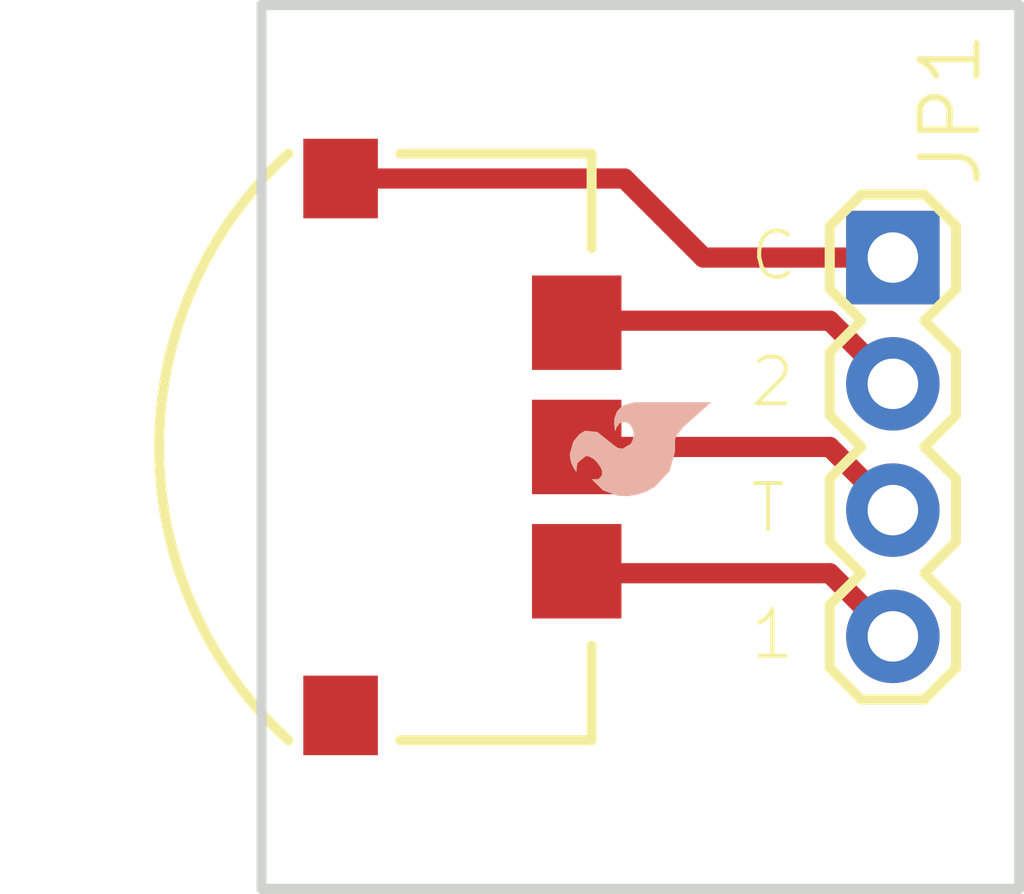
<source format=kicad_pcb>
(kicad_pcb (version 20211014) (generator pcbnew)
  (layers (0 "F.Cu" signal) (31 "B.Cu" signal) (34 "B.Paste" user) (35 "F.Paste" user) (36 "B.SilkS" user "B.Silkscreen") (37 "F.SilkS" user "F.Silkscreen") (38 "B.Mask" user) (39 "F.Mask" user) (44 "Edge.Cuts" user))
  (net 0 "")
  (net 1 "N$1")
  (net 2 "N$2")
  (net 3 "N$3")
  (net 4 "N$4")
  (footprint "" (layer "F.Cu") (at 151.0411 98.6536)
    (fp_text reference "@HOLE0" hide)
    (fp_text value "" (at 0 0) (layer "F.SilkS") (effects (font (size 1.27 1.27))))
    (pad "" np_thru_hole circle (at 0 0) (size 3.2 3.2) (drill 3.2) (layers *.Cu *.Mask))
  )
  (footprint "" (layer "F.Cu") (at 151.0411 111.3536)
    (fp_text reference "@HOLE1" hide)
    (fp_text value "" (at 0 0) (layer "F.SilkS") (effects (font (size 1.27 1.27))))
    (pad "" np_thru_hole circle (at 0 0) (size 3.2 3.2) (drill 3.2) (layers *.Cu *.Mask))
  )
  (footprint "boardEagle:NAV_SWITCH" (layer "F.Cu") (at 143.4211 105.0036 90)
    (fp_text reference "JP2" hide)
    (fp_text value "NAV_SWITCH" hide)
    (fp_line (start -5.9 4.1) (end -5.9 0.25) (layer "F.SilkS") (width 0.2032))
    (fp_line (start 5.9 4.1) (end 4 4.1) (layer "F.SilkS") (width 0.2032))
    (fp_line (start -5.9 4.1) (end -4 4.1) (layer "F.SilkS") (width 0.2032))
    (fp_line (start 5.9 4.1) (end 5.9 0.25) (layer "F.SilkS") (width 0.2032))
    (fp_arc (start -5.9 -2) (mid 0 -4.60001) (end 5.9 -2) (layer "F.SilkS") (width 0.2032))
    (pad "" np_thru_hole circle (at -2.5 0 90) (size 1.1 1.1) (drill 1.1) (layers *.Cu *.Mask))
    (pad "" np_thru_hole circle (at 2.5 0 90) (size 1.1 1.1) (drill 1.1) (layers *.Cu *.Mask))
    (pad "1" smd rect (at -2.5 3.8 90) (size 1.9 1.8) (layers "F.Cu" "F.Paste" "F.Mask") (net 4 "N$4"))
    (pad "2" smd rect (at 2.5 3.8 90) (size 1.9 1.8) (layers "F.Cu" "F.Paste" "F.Mask") (net 2 "N$2"))
    (pad "C" smd rect (at 5.4 -0.95 90) (size 1.6 1.5) (layers "F.Cu" "F.Paste" "F.Mask") (net 1 "N$1"))
    (pad "NC" smd rect (at -5.4 -0.95 90) (size 1.6 1.5) (layers "F.Cu" "F.Paste" "F.Mask"))
    (pad "T" smd rect (at 0 3.8 90) (size 1.9 1.8) (layers "F.Cu" "F.Paste" "F.Mask") (net 3 "N$3"))
  )
  (footprint "boardEagle:1X04" (layer "F.Cu") (at 153.5811 101.1936 -90)
    (fp_text reference "JP1" (at -1.3462 -1.8288 -90) (layer "F.SilkS") (effects (font (size 1.143 1.143) (thickness 0.127)) (justify left bottom)))
    (fp_text value "")
    (fp_line (start 3.81 -0.635) (end 4.445 -1.27) (layer "F.SilkS") (width 0.2032))
    (fp_line (start 3.81 0.635) (end 3.175 1.27) (layer "F.SilkS") (width 0.2032))
    (fp_line (start 1.27 -0.635) (end 1.905 -1.27) (layer "F.SilkS") (width 0.2032))
    (fp_line (start 3.175 1.27) (end 1.905 1.27) (layer "F.SilkS") (width 0.2032))
    (fp_line (start 6.35 0.635) (end 5.715 1.27) (layer "F.SilkS") (width 0.2032))
    (fp_line (start 8.89 -0.635) (end 8.89 0.635) (layer "F.SilkS") (width 0.2032))
    (fp_line (start 6.35 0.635) (end 6.985 1.27) (layer "F.SilkS") (width 0.2032))
    (fp_line (start 3.175 -1.27) (end 3.81 -0.635) (layer "F.SilkS") (width 0.2032))
    (fp_line (start 0.635 1.27) (end -0.635 1.27) (layer "F.SilkS") (width 0.2032))
    (fp_line (start 1.27 0.635) (end 0.635 1.27) (layer "F.SilkS") (width 0.2032))
    (fp_line (start 1.905 -1.27) (end 3.175 -1.27) (layer "F.SilkS") (width 0.2032))
    (fp_line (start -1.27 0.635) (end -0.635 1.27) (layer "F.SilkS") (width 0.2032))
    (fp_line (start 5.715 1.27) (end 4.445 1.27) (layer "F.SilkS") (width 0.2032))
    (fp_line (start 8.89 0.635) (end 8.255 1.27) (layer "F.SilkS") (width 0.2032))
    (fp_line (start -0.635 -1.27) (end -1.27 -0.635) (layer "F.SilkS") (width 0.2032))
    (fp_line (start -1.27 -0.635) (end -1.27 0.635) (layer "F.SilkS") (width 0.2032))
    (fp_line (start 6.985 -1.27) (end 6.35 -0.635) (layer "F.SilkS") (width 0.2032))
    (fp_line (start 6.985 -1.27) (end 8.255 -1.27) (layer "F.SilkS") (width 0.2032))
    (fp_line (start -0.635 -1.27) (end 0.635 -1.27) (layer "F.SilkS") (width 0.2032))
    (fp_line (start 8.255 1.27) (end 6.985 1.27) (layer "F.SilkS") (width 0.2032))
    (fp_line (start 1.905 1.27) (end 1.27 0.635) (layer "F.SilkS") (width 0.2032))
    (fp_line (start 0.635 -1.27) (end 1.27 -0.635) (layer "F.SilkS") (width 0.2032))
    (fp_line (start 4.445 1.27) (end 3.81 0.635) (layer "F.SilkS") (width 0.2032))
    (fp_line (start 4.445 -1.27) (end 5.715 -1.27) (layer "F.SilkS") (width 0.2032))
    (fp_line (start 8.255 -1.27) (end 8.89 -0.635) (layer "F.SilkS") (width 0.2032))
    (fp_line (start 5.715 -1.27) (end 6.35 -0.635) (layer "F.SilkS") (width 0.2032))
    (pad "1" thru_hole rect (at 0 0) (size 1.8796 1.8796) (drill 1.016) (layers *.Cu *.Mask) (net 1 "N$1"))
    (pad "2" thru_hole circle (at 2.54 0) (size 1.8796 1.8796) (drill 1.016) (layers *.Cu *.Mask) (net 2 "N$2"))
    (pad "3" thru_hole circle (at 5.08 0) (size 1.8796 1.8796) (drill 1.016) (layers *.Cu *.Mask) (net 3 "N$3"))
    (pad "4" thru_hole circle (at 7.62 0) (size 1.8796 1.8796) (drill 1.016) (layers *.Cu *.Mask) (net 4 "N$4"))
  )
  (footprint "boardEagle:SFE-LOGO-FLAME" (layer "B.Cu") (at 149.8981 104.1146 -90)
    (fp_text reference "U$1" hide)
    (fp_text value "LOGO-SFESK" hide)
    (fp_poly (pts (xy 1.126002 2.808203) (xy 1.215449 2.785829) (xy 1.228477 2.780783) (xy 1.240149 2.774875) (xy 1.25686 2.766576) (xy 1.275552 2.759834) (xy 1.371694 2.7026) (xy 1.3793 2.7026) (xy 1.3793 2.6772) (xy 1.306833 2.6772) (xy 1.208418 2.657914) (xy 1.074855 2.495286) (xy 1.079365 2.436825) (xy 1.12809 2.341869) (xy 1.204666 2.265196) (xy 1.294069 2.200638) (xy 1.369348 2.168824) (xy 1.450737 2.171632) (xy 1.458864 2.174186) (xy 1.466257 2.177389) (xy 1.530514 2.236956) (xy 1.5368 2.259812) (xy 1.5368 2.377938) (xy 1.763707 2.148127) (xy 1.868186 1.856841) (xy 1.871603 1.856894) (xy 1.87806 1.650435) (xy 1.848857 1.45742) (xy 1.785308 1.272842) (xy 1.6663 1.061578) (xy 1.6663 1.080581) (xy 1.378131 0.80901) (xy 0.982239 0.6985) (xy 0.753005 0.6985) (xy 0.716201 0.692046) (xy 0.681776 0.679592) (xy 0.496322 0.541784) (xy -0.0126 -0.03091) (xy -0.0126 1.52077) (xy 0.060004 1.761967) (xy 0.168295 1.865489) (xy 0.307122 1.917522) (xy 0.4039 1.925089) (xy 0.499384 1.917623) (xy 0.55991 1.908099) (xy 0.557788 1.884433) (xy 0.522216 1.885242) (xy 0.501784 1.876141) (xy 0.420519 1.817154) (xy 0.400722 1.79067) (xy 0.390395 1.7285) (xy 0.400905 1.665229) (xy 0.421405 1.625174) (xy 0.452343 1.592685) (xy 0.546535 1.54355) (xy 0.652229 1.531742) (xy 0.742768 1.550084) (xy 0.82422 1.589656) (xy 0.92203 1.754659) (xy 0.907706 1.848844) (xy 0.850914 1.930401) (xy 0.584707 2.263237) (xy 0.561667 2.510855) (xy 0.627495 2.621556) (xy 0.629042 2.623103) (xy 0.778901 2.74712) (xy 1.032676 2.817064)) (layer "B.SilkS") (width 0) (fill solid))
  )
  (gr_line (start 156.1211 113.8936) (end 156.1211 96.1136) (layer "Edge.Cuts") (width 0.2032))
  (gr_line (start 140.8811 96.1136) (end 140.8811 113.8936) (layer "Edge.Cuts") (width 0.2032))
  (gr_line (start 140.8811 113.8936) (end 156.1211 113.8936) (layer "Edge.Cuts") (width 0.2032))
  (gr_line (start 156.1211 96.1136) (end 140.8811 96.1136) (layer "Edge.Cuts") (width 0.2032))
  (gr_text "T" (at 150.6601 106.7816) (layer "F.SilkS") (effects (font (size 0.93472 0.93472) (thickness 0.08128)) (justify left bottom)))
  (gr_text "C" (at 150.6601 101.7016) (layer "F.SilkS") (effects (font (size 0.93472 0.93472) (thickness 0.08128)) (justify left bottom)))
  (gr_text "1" (at 150.6601 109.3216) (layer "F.SilkS") (effects (font (size 0.93472 0.93472) (thickness 0.08128)) (justify left bottom)))
  (gr_text "2" (at 150.6601 104.2416) (layer "F.SilkS") (effects (font (size 0.93472 0.93472) (thickness 0.08128)) (justify left bottom)))
  (segment (start 142.4711 99.6036) (end 148.1811 99.6036) (width 0.4064) (layer "F.Cu") (net 1))
  (segment (start 148.1811 99.6036) (end 149.7711 101.1936) (width 0.4064) (layer "F.Cu") (net 1))
  (segment (start 149.7711 101.1936) (end 153.5811 101.1936) (width 0.4064) (layer "F.Cu") (net 1))
  (segment (start 147.2211 102.5036) (end 147.2311 102.4936) (width 0.4064) (layer "F.Cu") (net 2))
  (segment (start 147.2311 102.4636) (end 152.3111 102.4636) (width 0.4064) (layer "F.Cu") (net 2))
  (segment (start 147.2311 102.4936) (end 147.2311 102.4636) (width 0.4064) (layer "F.Cu") (net 2))
  (segment (start 152.3111 102.4636) (end 153.5811 103.7336) (width 0.4064) (layer "F.Cu") (net 2))
  (segment (start 147.2211 105.0036) (end 152.3111 105.0036) (width 0.4064) (layer "F.Cu") (net 3))
  (segment (start 152.3111 105.0036) (end 153.5811 106.2736) (width 0.4064) (layer "F.Cu") (net 3))
  (segment (start 147.2211 107.5036) (end 147.2311 107.5136) (width 0.4064) (layer "F.Cu") (net 4))
  (segment (start 147.2311 107.5436) (end 152.3111 107.5436) (width 0.4064) (layer "F.Cu") (net 4))
  (segment (start 152.3111 107.5436) (end 153.5811 108.8136) (width 0.4064) (layer "F.Cu") (net 4))
  (segment (start 147.2311 107.5136) (end 147.2311 107.5436) (width 0.4064) (layer "F.Cu") (net 4))
)
</source>
